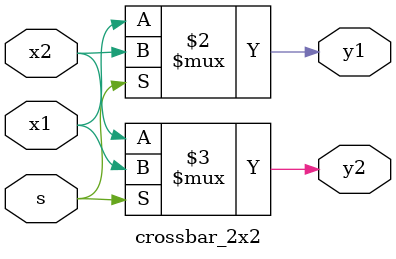
<source format=sv>
module crossbar_2x2 (
    input logic x2, x1, s,
    output logic y1, y2
);

    always_comb 
    begin
        y1 = s ? x2 : x1;
        y2 = s ? x1 : x2;
    end

endmodule
















</source>
